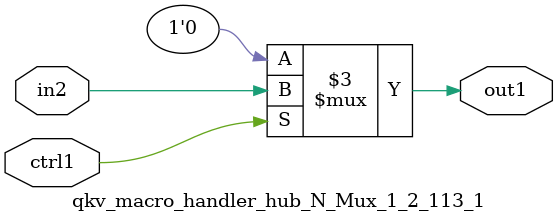
<source format=v>

`timescale 1ps / 1ps


module qkv_macro_handler_hub_N_Mux_1_2_113_1( in2, ctrl1, out1 );

    input in2;
    input ctrl1;
    output out1;
    reg out1;

    
    // rtl_process:qkv_macro_handler_hub_N_Mux_1_2_113_1/qkv_macro_handler_hub_N_Mux_1_2_113_1_thread_1
    always @*
      begin : qkv_macro_handler_hub_N_Mux_1_2_113_1_thread_1
        case (ctrl1) 
          1'b1: 
            begin
              out1 = in2;
            end
          default: 
            begin
              out1 = 1'b0;
            end
        endcase
      end

endmodule


</source>
